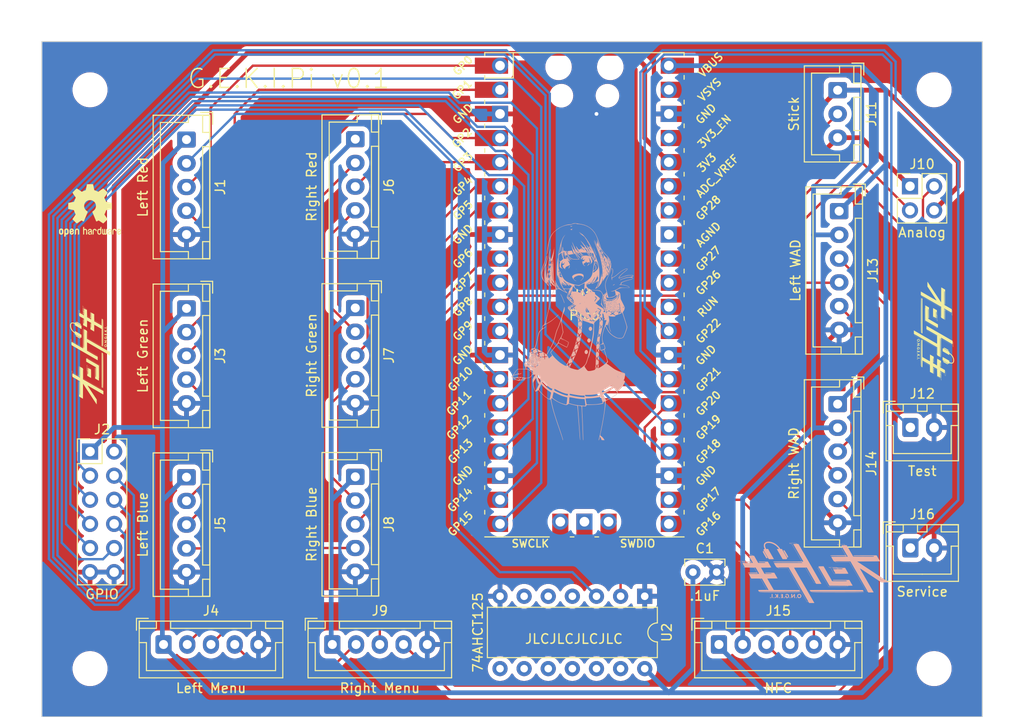
<source format=kicad_pcb>
(kicad_pcb (version 20221018) (generator pcbnew)
  (layers (0 "F.Cu" signal) (31 "B.Cu" signal) (34 "B.Paste" user) (35 "F.Paste" user) (36 "B.SilkS" user "B.Silkscreen") (37 "F.SilkS" user "F.Silkscreen") (38 "B.Mask" user) (39 "F.Mask" user) (44 "Edge.Cuts" user))
  (net 0 "")
  (net 1 "+3.3V")
  (net 2 "Net-(J1-Pin_2)")
  (net 3 "GNDA")
  (net 4 "GND")
  (net 5 "Net-(J15-Pin_4)")
  (net 6 "Net-(J15-Pin_5)")
  (net 11 "+5V")
  (net 15 "Net-(J2-Pin_3)")
  (net 16 "Net-(J2-Pin_4)")
  (net 17 "Net-(J3-Pin_3)")
  (net 18 "Net-(J3-Pin_4)")
  (net 19 "Net-(J4-Pin_3)")
  (net 20 "Net-(J4-Pin_4)")
  (net 21 "Net-(J5-Pin_3)")
  (net 22 "Net-(J6-Pin_4)")
  (net 23 "Net-(J10-Pin_2)")
  (net 24 "Net-(J7-Pin_3)")
  (net 25 "Net-(J7-Pin_4)")
  (net 26 "Net-(J8-Pin_3)")
  (net 27 "Net-(J9-Pin_3)")
  (net 28 "Net-(J10-Pin_3)")
  (net 29 "Net-(U1-GPIO20)")
  (net 30 "Net-(J1-Pin_3)")
  (net 31 "Net-(J1-Pin_4)")
  (net 32 "Net-(J2-Pin_5)")
  (net 33 "Net-(J2-Pin_6)")
  (net 34 "Net-(J2-Pin_7)")
  (net 35 "Net-(J2-Pin_8)")
  (net 36 "Net-(J2-Pin_9)")
  (net 37 "Net-(J2-Pin_10)")
  (net 38 "Net-(J4-Pin_2)")
  (net 39 "Net-(J5-Pin_4)")
  (net 40 "Net-(J6-Pin_3)")
  (net 41 "Net-(J13-Pin_3)")
  (net 42 "Net-(J11-Pin_2)")
  (net 43 "Net-(J12-Pin_1)")
  (net 44 "Net-(J13-Pin_4)")
  (net 45 "Net-(J13-Pin_5)")
  (net 46 "Net-(J14-Pin_4)")
  (net 47 "Net-(J14-Pin_5)")
  (net 48 "Net-(J16-Pin_1)")
  (footprint "Capacitor_THT:C_Rect_L4.0mm_W2.5mm_P2.50mm" (layer "F.Cu") (at 160.02 99.06)
    (fp_text reference "C1")
    (fp_text value ".1uF")
  )
  (footprint "Connector_JST:JST_XH_B6B-XH-A_1x06_P2.50mm_Vertical" (layer "F.Cu") (at 162.76 106.68)
    (fp_text reference "J15")
    (fp_text value "NFC")
  )
  (footprint "Connector_JST:JST_XH_B5B-XH-A_1x05_P2.50mm_Vertical" (layer "F.Cu") (at 124.46 89.02 -90)
    (fp_text reference "J8")
    (fp_text value "Right Blue")
  )
  (footprint "Connector_JST:JST_XH_B5B-XH-A_1x05_P2.50mm_Vertical" (layer "F.Cu") (at 104.26 106.68)
    (fp_text reference "J4")
    (fp_text value "Left Menu")
  )
  (footprint "Connector_JST:JST_XH_B5B-XH-A_1x05_P2.50mm_Vertical" (layer "F.Cu") (at 106.68 53.5 -90)
    (fp_text reference "J1")
    (fp_text value "Left Red")
  )
  (footprint "Connector_JST:JST_XH_B5B-XH-A_1x05_P2.50mm_Vertical" (layer "F.Cu") (at 124.46 71.24 -90)
    (fp_text reference "J7")
    (fp_text value "Right Green")
  )
  (footprint "LOGO" (layer "F.Cu") (at 185.42 73.66 -90)
    (fp_text reference "G***" hide)
    (fp_text value "LOGO" hide)
  )
  (footprint "Pi Pico:RPi_Pico_SMD_TH" (layer "F.Cu") (at 148.59 69.85)
    (fp_text reference "U1")
    (fp_text value "Pico")
  )
  (footprint "MountingHole:MountingHole_3.2mm_M3" (layer "F.Cu") (at 96.52 109.22)
    (fp_text reference "REF**" hide)
    (fp_text value "MountingHole_3.2mm_M3")
  )
  (footprint "MountingHole:MountingHole_3.2mm_M3" (layer "F.Cu") (at 185.42 48.26)
    (fp_text reference "REF**" hide)
    (fp_text value "MountingHole_3.2mm_M3")
  )
  (footprint "Connector_JST:JST_XH_B2B-XH-A_1x02_P2.50mm_Vertical" (layer "F.Cu") (at 182.92 83.82)
    (fp_text reference "J12")
    (fp_text value "Test")
  )
  (footprint "MountingHole:MountingHole_3.2mm_M3" (layer "F.Cu") (at 185.42 109.22)
    (fp_text reference "REF**" hide)
    (fp_text value "MountingHole_3.2mm_M3")
  )
  (footprint "Connector_JST:JST_XH_B6B-XH-A_1x06_P2.50mm_Vertical" (layer "F.Cu") (at 175.42 61.04 -90)
    (fp_text reference "J13")
    (fp_text value "Left WAD")
  )
  (footprint "Connector_PinHeader_2.54mm:PinHeader_2x06_P2.54mm_Vertical" (layer "F.Cu") (at 96.52 86.36)
    (fp_text reference "J2")
    (fp_text value "GPIO")
  )
  (footprint "Symbol:OSHW-Logo2_7.3x6mm_SilkScreen" (layer "F.Cu") (at 96.52 60.96)
    (fp_text reference "REF**" hide)
    (fp_text value "OSHW-Logo2_7.3x6mm_SilkScreen" hide)
  )
  (footprint "Connector_JST:JST_XH_B5B-XH-A_1x05_P2.50mm_Vertical" (layer "F.Cu") (at 106.68 89.06 -90)
    (fp_text reference "J5")
    (fp_text value "Left Blue")
  )
  (footprint "Package_DIP:DIP-14_W7.62mm" (layer "F.Cu") (at 154.94 101.6 -90)
    (fp_text reference "U2")
    (fp_text value "74AHCT125")
  )
  (footprint "Connector_JST:JST_XH_B5B-XH-A_1x05_P2.50mm_Vertical" (layer "F.Cu") (at 122.04 106.68)
    (fp_text reference "J9")
    (fp_text value "Right Menu")
  )
  (footprint "Connector_JST:JST_XH_B2B-XH-A_1x02_P2.50mm_Vertical" (layer "F.Cu") (at 182.92 96.52)
    (fp_text reference "J16")
    (fp_text value "Service")
  )
  (footprint "Connector_JST:JST_XH_B5B-XH-A_1x05_P2.50mm_Vertical" (layer "F.Cu") (at 124.46 53.46 -90)
    (fp_text reference "J6")
    (fp_text value "Right Red")
  )
  (footprint "MountingHole:MountingHole_3.2mm_M3" (layer "F.Cu") (at 96.52 48.26)
    (fp_text reference "REF**" hide)
    (fp_text value "MountingHole_3.2mm_M3")
  )
  (footprint "Connector_JST:JST_XH_B5B-XH-A_1x05_P2.50mm_Vertical" (layer "F.Cu") (at 106.68 71.28 -90)
    (fp_text reference "J3")
    (fp_text value "Left Green")
  )
  (footprint "LOGO" (layer "F.Cu") (at 96.52 76.2 90)
    (fp_text reference "G***" hide)
    (fp_text value "LOGO" hide)
  )
  (footprint "Connector_JST:JST_XH_B6B-XH-A_1x06_P2.50mm_Vertical" (layer "F.Cu") (at 175.26 81.36 -90)
    (fp_text reference "J14")
    (fp_text value "Right WAD")
  )
  (footprint "Connector_PinHeader_2.54mm:PinHeader_2x02_P2.54mm_Vertical" (layer "F.Cu") (at 182.88 58.42)
    (fp_text reference "J10")
    (fp_text value "Analog")
  )
  (footprint "Connector_JST:JST_XH_B3B-XH-A_1x03_P2.50mm_Vertical" (layer "F.Cu") (at 175.26 48.3 -90)
    (fp_text reference "J11")
    (fp_text value "Stick")
  )
  (footprint "LOGO" (layer "B.Cu") (at 147.32 73.66 180)
    (fp_text reference "REF**" hide)
    (fp_text value "LOGO" hide)
  )
  (footprint "LOGO" (layer "B.Cu") (at 172.72 99.06 180)
    (fp_text reference "ongeki-back" hide)
    (fp_text value "LOGO" hide)
  )
  (gr_rect (start 91.44 43.18) (end 190.5 114.3) (stroke (width 0.1)) (fill none) (layer "Edge.Cuts"))
  (gr_text "G.E.K.I.Pi v0.1" (at 106.68 48.26) (layer "F.SilkS") (effects (font (size 2 2)) (justify left bottom)))
  (gr_text "JLCJLCJLCJLC" (at 142.24 106.68) (layer "F.SilkS") (effects (font (size 1 1)) (justify left bottom)))
  (segment (start 180.38 48.3) (end 187.96 55.88) (width 0.5) (layer "F.Cu") (net 1))
  (segment (start 157.48 55.88) (end 154.94 53.34) (width 0.5) (layer "F.Cu") (net 1))
  (segment (start 187.96 58.42) (end 185.42 60.96) (width 0.5) (layer "F.Cu") (net 1))
  (segment (start 113.06 44.42) (end 99.06 58.42) (width 0.5) (layer "F.Cu") (net 1))
  (segment (start 99.06 58.42) (end 99.06 86.36) (width 0.5) (layer "F.Cu") (net 1))
  (segment (start 167.68 55.88) (end 157.48 55.88) (width 0.5) (layer "F.Cu") (net 1))
  (segment (start 154.94 53.34) (end 154.94 45.72) (width 0.5) (layer "F.Cu") (net 1))
  (segment (start 175.26 48.3) (end 167.68 55.88) (width 0.5) (layer "F.Cu") (net 1))
  (segment (start 187.96 55.88) (end 187.96 58.42) (width 0.5) (layer "F.Cu") (net 1))
  (segment (start 175.26 48.3) (end 180.38 48.3) (width 0.5) (layer "F.Cu") (net 1))
  (segment (start 154.94 45.72) (end 153.64 44.42) (width 0.5) (layer "F.Cu") (net 1))
  (segment (start 153.64 44.42) (end 113.06 44.42) (width 0.5) (layer "F.Cu") (net 1))
  (segment (start 177.8 55.88) (end 175.26 58.42) (width 0.5) (layer "B.Cu") (net 1))
  (segment (start 172.72 63.58) (end 172.72 83.82) (width 0.5) (layer "B.Cu") (net 1))
  (segment (start 172.76 83.86) (end 175.26 83.86) (width 0.5) (layer "B.Cu") (net 1))
  (segment (start 172.72 83.82) (end 165.26 91.28) (width 0.5) (layer "B.Cu") (net 1))
  (segment (start 172.76 63.54) (end 172.72 63.58) (width 0.5) (layer "B.Cu") (net 1))
  (segment (start 175.26 48.3) (end 177.76 48.3) (width 0.5) (layer "B.Cu") (net 1))
  (segment (start 172.72 58.42) (end 172.72 63.5) (width 0.5) (layer "B.Cu") (net 1))
  (segment (start 177.8 48.26) (end 177.8 55.88) (width 0.5) (layer "B.Cu") (net 1))
  (segment (start 172.76 63.54) (end 175.42 63.54) (width 0.5) (layer "B.Cu") (net 1))
  (segment (start 177.76 48.3) (end 177.8 48.26) (width 0.5) (layer "B.Cu") (net 1))
  (segment (start 175.26 58.42) (end 172.72 58.42) (width 0.5) (layer "B.Cu") (net 1))
  (segment (start 172.72 83.82) (end 172.76 83.86) (width 0.5) (layer "B.Cu") (net 1))
  (segment (start 165.26 91.28) (end 165.26 106.68) (width 0.5) (layer "B.Cu") (net 1))
  (segment (start 172.72 63.5) (end 172.76 63.54) (width 0.5) (layer "B.Cu") (net 1))
  (segment (start 134.62 93.98) (end 139.7 99.06) (width 0.25) (layer "B.Cu") (net 2))
  (segment (start 111.88 50.8) (end 106.68 56) (width 0.25) (layer "B.Cu") (net 2))
  (segment (start 134.62 55.88) (end 129.54 50.8) (width 0.25) (layer "B.Cu") (net 2))
  (segment (start 147.32 99.06) (end 149.86 101.6) (width 0.25) (layer "B.Cu") (net 2))
  (segment (start 139.7 99.06) (end 147.32 99.06) (width 0.25) (layer "B.Cu") (net 2))
  (segment (start 134.62 93.98) (end 134.62 55.88) (width 0.25) (layer "B.Cu") (net 2))
  (segment (start 129.54 50.8) (end 111.88 50.8) (width 0.25) (layer "B.Cu") (net 2))
  (segment (start 165.06 63.5) (end 175.26 53.3) (width 0.5) (layer "F.Cu") (net 3))
  (segment (start 175.26 53.3) (end 177.76 53.3) (width 0.5) (layer "F.Cu") (net 3))
  (segment (start 157.48 63.5) (end 165.06 63.5) (width 0.5) (layer "F.Cu") (net 3))
  (segment (start 177.76 53.3) (end 182.88 58.42) (width 0.5) (layer "F.Cu") (net 3))
  (segment (start 170.3 88.9) (end 157.48 88.9) (width 0.5) (layer "F.Cu") (net 4))
  (segment (start 139.7 50.8) (end 149.86 50.8) (width 0.25) (layer "F.Cu") (net 4))
  (segment (start 172.76 76.2) (end 157.48 76.2) (width 0.5) (layer "F.Cu") (net 4))
  (segment (start 175.26 93.86) (end 170.3 88.9) (width 0.5) (layer "F.Cu") (net 4))
  (segment (start 175.42 73.54) (end 172.76 76.2) (width 0.5) (layer "F.Cu") (net 4))
  (segment (start 96.52 99.06) (end 99.06 99.06) (width 0.25) (layer "F.Cu") (net 4))
  (via (at 149.86 50.8) (size 0.8) (drill 0.4) (layers "F.Cu" "B.Cu") (net 4))
  (segment (start 162.56 93.98) (end 170.26 101.68) (width 0.25) (layer "F.Cu") (net 5))
  (segment (start 170.26 101.68) (end 170.26 106.68) (width 0.25) (layer "F.Cu") (net 5))
  (segment (start 157.48 93.98) (end 162.56 93.98) (width 0.25) (layer "F.Cu") (net 5))
  (segment (start 157.48 91.44) (end 165.1 91.44) (width 0.25) (layer "F.Cu") (net 6))
  (segment (start 165.1 91.44) (end 172.76 99.1) (width 0.25) (layer "F.Cu") (net 6))
  (segment (start 172.76 99.1) (end 172.76 106.68) (width 0.25) (layer "F.Cu") (net 6))
  (segment (start 177.8 45.72) (end 157.48 45.72) (width 0.5) (layer "B.Cu") (net 11))
  (segment (start 124.42 53.46) (end 124.46 53.46) (width 0.25) (layer "B.Cu") (net 11))
  (segment (start 180.34 55.88) (end 180.34 76.28) (width 0.5) (layer "B.Cu") (net 11))
  (segment (start 127 111.76) (end 157.48 111.76) (width 0.5) (layer "B.Cu") (net 11))
  (segment (start 104.18 73.78) (end 104.18 56) (width 0.5) (layer "B.Cu") (net 11))
  (segment (start 124.42 89.02) (end 124.46 89.02) (width 0.25) (layer "B.Cu") (net 11))
  (segment (start 157.48 111.76) (end 154.94 109.22) (width 0.5) (layer "B.Cu") (net 11))
  (segment (start 104.18 56) (end 106.68 53.5) (width 0.5) (layer "B.Cu") (net 11))
  (segment (start 104.14 91.52) (end 106.6 89.06) (width 0.5) (layer "B.Cu") (net 11))
  (segment (start 127 111.76) (end 109.22 111.76) (width 0.5) (layer "B.Cu") (net 11))
  (segment (start 104.14 83.82) (end 104.14 73.82) (width 0.5) (layer "B.Cu") (net 11))
  (segment (start 104.14 73.82) (end 104.18 73.78) (width 0.25) (layer "B.Cu") (net 11))
  (segment (start 177.8 111.76) (end 167.64 111.76) (width 0.5) (layer "B.Cu") (net 11))
  (segment (start 180.34 56.12) (end 180.34 55.88) (width 0.5) (layer "B.Cu") (net 11))
  (segment (start 160.02 109.22) (end 160.02 99.06) (width 0.5) (layer "B.Cu") (net 11))
  (segment (start 180.34 109.22) (end 177.8 111.76) (width 0.5) (layer "B.Cu") (net 11))
  (segment (start 180.34 76.28) (end 180.34 109.22) (width 0.5) (layer "B.Cu") (net 11))
  (segment (start 124.42 71.24) (end 124.46 71.24) (width 0.25) (layer "B.Cu") (net 11))
  (segment (start 167.64 111.76) (end 157.48 111.76) (width 0.5) (layer "B.Cu") (net 11))
  (segment (start 180.34 48.26) (end 177.8 45.72) (width 0.5) (layer "B.Cu") (net 11))
  (segment (start 104.14 83.82) (end 99.06 83.82) (width 0.5) (layer "B.Cu") (net 11))
  (segment (start 121.92 73.74) (end 121.92 55.96) (width 0.5) (layer "B.Cu") (net 11))
  (segment (start 121.92 55.96) (end 124.42 53.46) (width 0.5) (layer "B.Cu") (net 11))
  (segment (start 121.92 86.36) (end 121.92 106.56) (width 0.5) (layer "B.Cu") (net 11))
  (segment (start 109.22 111.76) (end 104.14 106.68) (width 0.5) (layer "B.Cu") (net 11))
  (segment (start 99.06 83.82) (end 96.52 86.36) (width 0.5) (layer "B.Cu") (net 11))
  (segment (start 180.34 76.28) (end 175.26 81.36) (width 0.5) (layer "B.Cu") (net 11))
  (segment (start 127 111.76) (end 121.92 106.68) (width 0.5) (layer "B.Cu") (net 11))
  (segment (start 106.6 89.06) (end 106.68 89.06) (width 0.25) (layer "B.Cu") (net 11))
  (segment (start 104.14 106.56) (end 104.26 106.68) (width 0.5) (layer "B.Cu") (net 11))
  (segment (start 121.92 91.52) (end 121.92 73.74) (width 0.5) (layer "B.Cu") (net 11))
  (segment (start 157.48 111.76) (end 160.02 109.22) (width 0.5) (layer "B.Cu") (net 11))
  (segment (start 104.14 86.36) (end 104.14 106.56) (width 0.5) (layer "B.Cu") (net 11))
  (segment (start 121.92 91.52) (end 124.42 89.02) (width 0.5) (layer "B.Cu") (net 11))
  (segment (start 121.92 73.74) (end 124.42 71.24) (width 0.5) (layer "B.Cu") (net 11))
  (segment (start 175.42 61.04) (end 180.34 56.12) (width 0.5) (layer "B.Cu") (net 11))
  (segment (start 104.14 91.52) (end 104.14 83.82) (width 0.5) (layer "B.Cu") (net 11))
  (segment (start 104.18 73.78) (end 106.68 71.28) (width 0.5) (layer "B.Cu") (net 11))
  (segment (start 121.92 106.56) (end 122.04 106.68) (width 0.5) (layer "B.Cu") (net 11))
  (segment (start 167.64 111.76) (end 162.56 106.68) (width 0.5) (layer "B.Cu") (net 11))
  (segment (start 180.34 55.88) (end 180.34 48.26) (width 0.5) (layer "B.Cu") (net 11))
  (segment (start 95.345 62.696827) (end 107.691827 50.35) (width 0.25) (layer "B.Cu") (net 15))
  (segment (start 96.52 88.9) (end 95.345 87.725) (width 0.25) (layer "B.Cu") (net 15))
  (segment (start 137.16 57.783604) (end 137.16 76.2) (width 0.25) (layer "B.Cu") (net 15))
  (segment (start 129.726396 50.35) (end 137.16 57.783604) (width 0.25) (layer "B.Cu") (net 15))
  (segment (start 137.16 76.2) (end 139.7 78.74) (width 0.25) (layer "B.Cu") (net 15))
  (segment (start 107.691827 50.35) (end 129.726396 50.35) (width 0.25) (layer "B.Cu") (net 15))
  (segment (start 95.345 87.725) (end 95.345 62.696827) (width 0.25) (layer "B.Cu") (net 15))
  (segment (start 101.135 90.975) (end 101.135 100.797792) (width 0.25) (layer "B.Cu") (net 16))
  (segment (start 99.432792 102.5) (end 97.025507 102.5) (width 0.25) (layer "B.Cu") (net 16))
  (segment (start 101.135 100.797792) (end 99.432792 102.5) (width 0.25) (layer "B.Cu") (net 16))
  (segment (start 97.025507 102.5) (end 92.195 97.669493) (width 0.25) (layer "B.Cu") (net 16))
  (segment (start 92.195 97.669493) (end 92.195 61.392055) (width 0.25) (layer "B.Cu") (net 16))
  (segment (start 109.492055 44.095) (end 140.373097 44.095) (width 0.25) (layer "B.Cu") (net 16))
  (segment (start 99.06 88.9) (end 101.135 90.975) (width 0.25) (layer "B.Cu") (net 16))
  (segment (start 144.94 48.661903) (end 144.94 71.28) (width 0.25) (layer "B.Cu") (net 16))
  (segment (start 92.195 61.392055) (end 109.492055 44.095) (width 0.25) (layer "B.Cu") (net 16))
  (segment (start 144.94 71.28) (end 157.48 83.82) (width 0.25) (layer "B.Cu") (net 16))
  (segment (start 140.373097 44.095) (end 144.94 48.661903) (width 0.25) (layer "B.Cu") (net 16))
  (segment (start 106.68 76.28) (end 106.68 76.2) (width 0.25) (layer "F.Cu") (net 17))
  (segment (start 106.68 76.2) (end 111.76 71.12) (width 0.25) (layer "F.Cu") (net 17))
  (segment (start 111.76 50.8) (end 111.76 71.12) (width 0.25) (layer "F.Cu") (net 17))
  (segment (start 114.3 48.26) (end 111.76 50.8) (width 0.25) (layer "F.Cu") (net 17))
  (segment (start 139.7 48.26) (end 114.3 48.26) (width 0.25) (layer "F.Cu") (net 17))
  (segment (start 106.68 91.52) (end 106.68 91.56) (width 0.25) (layer "F.Cu") (net 18))
  (segment (start 109.22 88.98) (end 106.68 91.52) (width 0.25) (layer "F.Cu") (net 18))
  (segment (start 109.22 81.32) (end 109.22 88.98) (width 0.25) (layer "F.Cu") (net 18))
  (segment (start 106.68 78.78) (end 109.22 81.32) (width 0.25) (layer "F.Cu") (net 18))
  (segment (start 114.34 101.6) (end 109.26 106.68) (width 0.25) (layer "F.Cu") (net 19))
  (segment (start 124.46 101.6) (end 114.34 101.6) (width 0.25) (layer "F.Cu") (net 19))
  (segment (start 127.45 98.61) (end 124.46 101.6) (width 0.25) (layer "F.Cu") (net 19))
  (segment (start 138.09 66.04) (end 127.45 76.68) (width 0.25) (layer "F.Cu") (net 19))
  (segment (start 127.45 76.68) (end 127.45 98.61) (width 0.25) (layer "F.Cu") (net 19))
  (segment (start 139.7 66.04) (end 138.09 66.04) (width 0.25) (layer "F.Cu") (net 19))
  (segment (start 124.54 106.68) (end 124.42 106.68) (width 0.25) (layer "F.Cu") (net 20))
  (segment (start 124.42 106.68) (end 121.88 109.22) (width 0.25) (layer "F.Cu") (net 20))
  (segment (start 114.26 109.22) (end 111.72 106.68) (width 0.25) (layer "F.Cu") (net 20))
  (segment (start 121.88 109.22) (end 114.26 109.22) (width 0.25) (layer "F.Cu") (net 20))
  (segment (start 124.91 50.8) (end 114.3 61.41) (width 0.25) (layer "F.Cu") (net 21))
  (segment (start 132.08 50.8) (end 124.91 50.8) (width 0.25) (layer "F.Cu") (net 21))
  (segment (start 111.76 88.98) (end 111.76 88.9) (width 0.25) (layer "F.Cu") (net 21))
  (segment (start 106.68 94.06) (end 111.76 88.98) (width 0.25) (layer "F.Cu") (net 21))
  (segment (start 114.3 61.41) (end 114.3 86.36) (width 0.25) (layer "F.Cu") (net 21))
  (segment (start 134.62 53.34) (end 139.7 53.34) (width 0.25) (layer "F.Cu") (net 21))
  (segment (start 132.08 50.8) (end 134.62 53.34) (width 0.25) (layer "F.Cu") (net 21))
  (segment (start 111.76 88.9) (end 114.3 86.36) (width 0.25) (layer "F.Cu") (net 21))
  (segment (start 124.46 60.96) (end 121.92 63.5) (width 0.25) (layer "F.Cu") (net 22))
  (segment (start 121.92 63.5) (end 121.92 71.2) (width 0.25) (layer "F.Cu") (net 22))
  (segment (start 121.92 71.2) (end 124.46 73.74) (width 0.25) (layer "F.Cu") (net 22))
  (segment (start 185.42 58.42) (end 184.245 59.595) (width 0.25) (layer "F.Cu") (net 23))
  (segment (start 184.245 59.595) (end 184.245 62.135) (width 0.25) (layer "F.Cu") (net 23))
  (segment (start 165.1 68.58) (end 157.48 68.58) (width 0.25) (layer "F.Cu") (net 23))
  (segment (start 175.26 58.42) (end 165.1 68.58) (width 0.25) (layer "F.Cu") (net 23))
  (segment (start 182.88 63.5) (end 177.8 58.42) (width 0.25) (layer "F.Cu") (net 23))
  (segment (start 184.245 62.135) (end 182.88 63.5) (width 0.25) (layer "F.Cu") (net 23))
  (segment (start 177.8 58.42) (end 175.26 58.42) (width 0.25) (layer "F.Cu") (net 23))
  (segment (start 125.76 69.82) (end 137.16 58.42) (width 0.25) (layer "F.Cu") (net 24))
  (segment (start 124.46 76.24) (end 125.76 74.94) (width 0.25) (layer "F.Cu") (net 24))
  (segment (start 125.76 74.94) (end 125.76 69.82) (width 0.25) (layer "F.Cu") (net 24))
  (segment (start 137.16 58.42) (end 139.7 58.42) (width 0.25) (layer "F.Cu") (net 24))
  (segment (start 124.46 78.74) (end 121.92 81.28) (width 0.25) (layer "F.Cu") (net 25))
  (segment (start 121.92 81.28) (end 121.92 88.98) (width 0.25) (layer "F.Cu") (net 25))
  (segment (start 121.92 88.98) (end 124.46 91.52) (width 0.25) (layer "F.Cu") (net 25))
  (segment (start 127 91.44) (end 127 71.12) (width 0.25) (layer "F.Cu") (net 26))
  (segment (start 124.46 93.98) (end 127 91.44) (width 0.25) (layer "F.Cu") (net 26))
  (segment (start 124.46 94.02) (end 124.46 93.98) (width 0.25) (layer "F.Cu") (net 26))
  (segment (start 127 71.12) (end 137.16 60.96) (width 0.25) (layer "F.Cu") (net 26))
  (segment (start 137.16 60.96) (end 139.7 60.96) (width 0.25) (layer "F.Cu") (net 26))
  (segment (start 127.04 100.82) (end 127.04 106.68) (width 0.25) (layer "F.Cu") (net 27))
  (segment (start 127.9 77.84) (end 137.16 68.58) (width 0.25) (layer "F.Cu") (net 27))
  (segment (start 137.16 68.58) (end 139.7 68.58) (width 0.25) (layer "F.Cu") (net 27))
  (segment (start 127.9 99.96) (end 127.9 77.84) (width 0.25) (layer "F.Cu") (net 27))
  (segment (start 127.9 99.96) (end 127.04 100.82) (width 0.25) (layer "F.Cu") (net 27))
  (segment (start 165.1 66.04) (end 157.48 66.04) (width 0.25) (layer "F.Cu") (net 28))
  (segment (start 177.8 55.88) (end 175.26 55.88) (width 0.25) (layer "F.Cu") (net 28))
  (segment (start 175.26 55.88) (end 165.1 66.04) (width 0.25) (layer "F.Cu") (net 28))
  (segment (start 182.88 60.96) (end 177.8 55.88) (width 0.25) (layer "F.Cu") (net 28))
  (segment (start 154.94 96.52) (end 154.94 83.82) (width 0.25) (layer "F.Cu") (net 29))
  (segment (start 154.94 83.82) (end 157.48 81.28) (width 0.25) (layer "F.Cu") (net 29))
  (segment (start 152.4 99.06) (end 154.94 96.52) (width 0.25) (layer "F.Cu") (net 29))
  (segment (start 152.4 101.6) (end 152.4 99.06) (width 0.25) (layer "F.Cu") (net 29))
  (segment (start 139.7 45.72) (end 113.663604 45.72) (width 0.25) (layer "F.Cu") (net 30))
  (segment (start 109.22 50.163604) (end 109.22 55.96) (width 0.25) (layer "F.Cu") (net 30))
  (segment (start 113.663604 45.72) (end 109.22 50.163604) (width 0.25) (layer "F.Cu") (net 30))
  (segment (start 109.22 55.96) (end 106.68 58.5) (width 0.25) (layer "F.Cu") (net 30))
  (segment (start 106.68 61) (end 109.22 63.54) (width 0.25) (layer "F.Cu") (net 31))
  (segment (start 109.22 71.2) (end 106.68 73.74) (width 0.25) (layer "F.Cu") (net 31))
  (segment (start 109.22 63.54) (end 109.22 71.2) (width 0.25) (layer "F.Cu") (net 31))
  (segment (start 106.68 73.74) (end 106.68 73.78) (width 0.25) (layer "F.Cu") (net 31))
  (segment (start 107.505431 49.9) (end 131.179999 49.9) (width 0.25) (layer "B.Cu") (net 32))
  (segment (start 138.524999 57.245) (end 141.065 57.245) (width 0.25) (layer "B.Cu") (net 32))
  (segment (start 94.895 62.510431) (end 107.505431 49.9) (width 0.25) (layer "B.Cu") (net 32))
  (segment (start 96.52 91.44) (end 94.895 89.815) (width 0.25) (layer "B.Cu") (net 32))
  (segment (start 131.179999 49.9) (end 138.524999 57.245) (width 0.25) (layer "B.Cu") (net 32))
  (segment (start 142.24 58.42) (end 142.24 78.74) (width 0.25) (layer "B.Cu") (net 32))
  (segment (start 141.065 57.245) (end 142.24 58.42) (width 0.25) (layer "B.Cu") (net 32))
  (segment (start 94.895 89.815) (end 94.895 62.510431) (width 0.25) (layer "B.Cu") (net 32))
  (segment (start 142.24 78.74) (end 139.7 81.28) (width 0.25) (layer "B.Cu") (net 32))
  (segment (start 99.06 91.44) (end 100.685 93.065) (width 0.25) (layer "B.Cu") (net 33))
  (segment (start 144.49 48.848299) (end 144.49 74.006396) (width 0.25) (layer "B.Cu") (net 33))
  (segment (start 92.645 61.578451) (end 109.678451 44.545) (width 0.25) (layer "B.Cu") (net 33))
  (segment (start 140.186701 44.545) (end 144.49 48.848299) (width 0.25) (layer "B.Cu") (net 33))
  (segment (start 109.678451 44.545) (end 140.186701 44.545) (width 0.25) (layer "B.Cu") (net 33))
  (segment (start 92.645 97.483097) (end 92.645 61.578451) (width 0.25) (layer "B.Cu") (net 33))
  (segment (start 97.211903 102.05) (end 92.645 97.483097) (width 0.25) (layer "B.Cu") (net 33))
  (segment (start 100.685 100.611396) (end 99.246396 102.05) (width 0.25) (layer "B.Cu") (net 33))
  (segment (start 99.246396 102.05) (end 97.211903 102.05) (width 0.25) (layer "B.Cu") (net 33))
  (segment (start 144.49 74.006396) (end 157.161802 86.678198) (width 0.25) (layer "B.Cu") (net 33))
  (segment (start 100.685 93.065) (end 100.685 100.611396) (width 0.25) (layer "B.Cu") (net 33))
  (segment (start 140.186701 54.705) (end 142.69 57.208299) (width 0.25) (layer "B.Cu") (net 34))
  (segment (start 94.445 91.905) (end 94.445 62.324035) (width 0.25) (layer "B.Cu") (net 34))
  (segment (start 142.69 57.208299) (end 142.69 80.83) (width 0.25) (layer "B.Cu") (net 34))
  (segment (start 133.958299 49.45) (end 139.213299 54.705) (width 0.25) (layer "B.Cu") (net 34))
  (segment (start 96.52 93.98) (end 94.445 91.905) (width 0.25) (layer "B.Cu") (net 34))
  (segment (start 142.69 80.83) (end 139.7 83.82) (width 0.25) (layer "B.Cu") (net 34))
  (segment (start 107.319035 49.45) (end 133.958299 49.45) (width 0.25) (layer "B.Cu") (net 34))
  (segment (start 94.445 62.324035) (end 107.319035 49.45) (width 0.25) (layer "B.Cu") (net 34))
  (segment (start 139.213299 54.705) (end 140.186701 54.705) (width 0.25) (layer "B.Cu") (net 34))
  (segment (start 100.235 100.425) (end 99.06 101.6) (width 0.25) (layer "B.Cu") (net 35))
  (segment (start 99.06 101.6) (end 97.398299 101.6) (width 0.25) (layer "B.Cu") (net 35))
  (segment (start 97.398299 101.6) (end 93.095 97.296701) (width 0.25) (layer "B.Cu") (net 35))
  (segment (start 100.235 95.155) (end 100.235 100.425) (width 0.25) (layer "B.Cu") (net 35))
  (segment (start 144.04 89.64) (end 139.7 93.98) (width 0.25) (layer "B.Cu") (net 35))
  (segment (start 107.774847 47.085) (end 141.065 47.085) (width 0.25) (layer "B.Cu") (net 35))
  (segment (start 99.06 93.98) (end 100.235 95.155) (width 0.25) (layer "B.Cu") (net 35))
  (segment (start 93.095 97.296701) (end 93.095 61.764847) (width 0.25) (layer "B.Cu") (net 35))
  (segment (start 144.04 50.06) (end 144.04 89.64) (width 0.25) (layer "B.Cu") (net 35))
  (segment (start 93.095 61.764847) (end 107.774847 47.085) (width 0.25) (layer "B.Cu") (net 35))
  (segment (start 141.065 47.085) (end 144.04 50.06) (width 0.25) (layer "B.Cu") (net 35))
  (segment (start 137.309695 52.165) (end 140.186701 52.165) (width 0.25) (layer "B.Cu") (net 36))
  (segment (start 107.132639 49) (end 134.144695 49) (width 0.25) (layer "B.Cu") (net 36))
  (segment (start 134.144695 49) (end 137.309695 52.165) (width 0.25) (layer "B.Cu") (net 36))
  (segment (start 96.52 96.52) (end 93.995 93.995) (width 0.25) (layer "B.Cu") (net 36))
  (segment (start 143.14 55.118299) (end 143.14 82.92) (width 0.25) (layer "B.Cu") (net 36))
  (segment (start 143.14 82.92) (end 139.7 86.36) (width 0.25) (layer "B.Cu") (net 36))
  (segment (start 93.995 93.995) (end 93.995 62.137639) (width 0.25) (layer "B.Cu") (net 36))
  (segment (start 140.186701 52.165) (end 143.14 55.118299) (width 0.25) (layer "B.Cu") (net 36))
  (segment (start 93.995 62.137639) (end 107.132639 49) (width 0.25) (layer "B.Cu") (net 36))
  (segment (start 134.331091 48.55) (end 135.406091 49.625) (width 0.25) (layer "B.Cu") (net 37))
  (segment (start 97.885 97.695) (end 95.28 97.695) (width 0.25) (layer "B.Cu") (net 37))
  (segment (start 135.406091 49.625) (end 140.875 49.625) (width 0.25) (layer "B.Cu") (net 37))
  (segment (start 106.946243 48.55) (end 134.331091 48.55) (width 0.25) (layer "B.Cu") (net 37))
  (segment (start 140.875 49.625) (end 143.59 52.34) (width 0.25) (layer "B.Cu") (net 37))
  (segment (start 93.545 61.951243) (end 106.946243 48.55) (width 0.25) (layer "B.Cu") (net 37))
  (segment (start 95.28 97.695) (end 93.545 95.96) (width 0.25) (layer "B.Cu") (net 37))
  (segment (start 143.59 52.34) (end 143.59 87.55) (width 0.25) (layer "B.Cu") (net 37))
  (segment (start 143.59 87.55) (end 139.7 91.44) (width 0.25) (layer "B.Cu") (net 37))
  (segment (start 99.06 96.52) (end 97.885 97.695) (width 0.25) (layer "B.Cu") (net 37))
  (segment (start 93.545 95.96) (end 93.545 61.951243) (width 0.25) (layer "B.Cu") (net 37))
  (segment (start 124.46 96.52) (end 116.84 96.52) (width 0.25) (layer "F.Cu") (net 38))
  (segment (start 106.76 106.6) (end 106.76 106.68) (width 0.25) (layer "F.Cu") (net 38))
  (segment (start 116.84 96.52) (end 106.76 106.6) (width 0.25) (layer "F.Cu") (net 38))
  (segment (start 116.84 94.06) (end 114.34 96.56) (width 0.25) (layer "F.Cu") (net 39))
  (segment (start 124.46 55.96) (end 116.84 63.58) (width 0.25) (layer "F.Cu") (net 39))
  (segment (start 116.84 63.58) (end 116.84 94.06) (width 0.25) (layer "F.Cu") (net 39))
  (segment (start 114.34 96.56) (end 106.68 96.56) (width 0.25) (layer "F.Cu") (net 39))
  (segment (start 124.46 58.46) (end 127.04 55.88) (width 0.25) (layer "F.Cu") (net 40))
  (segment (start 127.04 55.88) (end 139.7 55.88) (width 0.25) (layer "F.Cu") (net 40))
  (segment (start 175.26 111.76) (end 134.62 111.76) (width 0.25) (layer "F.Cu") (net 41))
  (segment (start 129.54 106.68) (end 134.62 111.76) (width 0.25) (layer "F.Cu") (net 41))
  (segment (start 175.42 66.04) (end 180.34 70.96) (width 0.25) (layer "F.Cu") (net 41))
  (segment (start 180.34 70.96) (end 180.34 106.68) (width 0.25) (layer "F.Cu") (net 41))
  (segment (start 180.34 106.68) (end 175.26 111.76) (width 0.25) (layer "F.Cu") (net 41))
  (segment (start 165.1 60.96) (end 157.48 60.96) (width 0.25) (layer "F.Cu") (net 42))
  (segment (start 175.26 50.8) (end 165.1 60.96) (width 0.25) (layer "F.Cu") (net 42))
  (segment (start 180.915 81.855) (end 182.88 83.82) (width 0.25) (layer "B.Cu") (net 43))
  (segment (start 156.993299 44.545) (end 154.94 46.598299) (width 0.25) (layer "B.Cu") (net 43))
  (segment (start 179.978173 44.545) (end 180.915 45.481827) (width 0.25) (layer "B.Cu") (net 43))
  (segment (start 179.978173 44.545) (end 156.993299 44.545) (width 0.25) (layer "B.Cu") (net 43))
  (segment (start 154.94 71.12) (end 157.48 73.66) (width 0.25) (layer "B.Cu") (net 43))
  (segment (start 154.94 46.598299) (end 154.94 71.12) (width 0.25) (layer "B.Cu") (net 43))
  (segment (start 180.915 45.481827) (end 180.915 81.855) (width 0.25) (layer "B.Cu") (net 43))
  (segment (start 140.875 69.945) (end 139.7 71.12) (width 0.25) (layer "F.Cu") (net 44))
  (segment (start 175.38 68.58) (end 170.68 68.58) (width 0.25) (layer "F.Cu") (net 44))
  (segment (start 175.42 68.54) (end 175.38 68.58) (width 0.25) (layer "F.Cu") (net 44))
  (segment (start 170.68 68.58) (end 169.315 69.945) (width 0.25) (layer "F.Cu") (net 44))
  (segment (start 169.315 69.945) (end 140.875 69.945) (width 0.25) (layer "F.Cu") (net 44))
  (segment (start 175.42 71.04) (end 176.72 72.34) (width 0.25) (layer "F.Cu") (net 45))
  (segment (start 176.72 72.34) (end 176.72 84.9) (width 0.25) (layer "F.Cu") (net 45))
  (segment (start 176.72 84.9) (end 175.26 86.36) (width 0.25) (layer "F.Cu") (net 45))
  (segment (start 175.26 88.86) (end 166.505 80.105) (width 0.25) (layer "F.Cu") (net 46))
  (segment (start 166.505 80.105) (end 146.145 80.105) (width 0.25) (layer "F.Cu") (net 46))
  (segment (start 146.145 80.105) (end 139.7 73.66) (width 0.25) (layer "F.Cu") (net 46))
  (segment (start 170.3 109.22) (end 175.26 109.22) (width 0.25) (layer "F.Cu") (net 47))
  (segment (start 175.26 109.22) (end 177.8 106.68) (width 0.25) (layer "F.Cu") (net 47))
  (segment (start 177.8 93.9) (end 175.26 91.36) (width 0.25) (layer "F.Cu") (net 47))
  (segment (start 167.76 106.68) (end 170.3 109.22) (width 0.25) (layer "F.Cu") (net 47))
  (segment (start 177.8 106.68) (end 177.8 93.9) (width 0.25) (layer "F.Cu") (net 47))
  (segment (start 187.96 55.88) (end 187.96 91.44) (width 0.25) (layer "B.Cu") (net 48))
  (segment (start 180.164569 44.095) (end 181.365 45.295431) (width 0.25) (layer "B.Cu") (net 48))
  (segment (start 154.49 75.75) (end 157.48 78.74) (width 0.25) (layer "B.Cu") (net 48))
  (segment (start 181.365 45.295431) (end 181.365 49.285) (width 0.25) (layer "B.Cu") (net 48))
  (segment (start 181.365 49.285) (end 187.96 55.88) (width 0.25) (layer "B.Cu") (net 48))
  (segment (start 182.92 96.52) (end 187.96 91.48) (width 0.25) (layer "B.Cu") (net 48))
  (segment (start 156.806903 44.095) (end 154.49 46.411903) (width 0.25) (layer "B.Cu") (net 48))
  (segment (start 156.806903 44.095) (end 180.164569 44.095) (width 0.25) (layer "B.Cu") (net 48))
  (segment (start 154.49 46.411903) (end 154.49 75.75) (width 0.25) (layer "B.Cu") (net 48))
  (zone (net 4) (net_name "GND") (layer "F.Cu") (priority 1) (connect_pads (clearance 0.5)) (min_thickness 0.25) (fill yes (thermal_gap 0.5) (thermal_bridge_width 0.5))
    (polygon (pts (xy 91.44 43.18) (xy 190.5 43.18) (xy 190.5 114.3) (xy 91.44 114.3)))
  )
  (zone (net 4) (net_name "GND") (layer "B.Cu") (connect_pads (clearance 0.5)) (min_thickness 0.25) (fill yes (thermal_gap 0.5) (thermal_bridge_width 0.5))
    (polygon (pts (xy 91.44 43.18) (xy 190.5 43.18) (xy 190.5 114.3) (xy 91.44 114.3)))
  )
)
</source>
